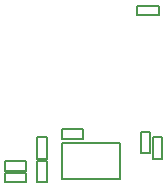
<source format=gbr>
%TF.GenerationSoftware,Altium Limited,Altium Designer,21.2.2 (38)*%
G04 Layer_Color=8388736*
%FSLAX45Y45*%
%MOMM*%
%TF.SameCoordinates,DC8D9031-FEEE-4EB9-A140-7D2FD38E5C7C*%
%TF.FilePolarity,Positive*%
%TF.FileFunction,Other,Mechanical_2*%
%TF.Part,Single*%
G01*
G75*
%TA.AperFunction,NonConductor*%
%ADD25C,0.20000*%
D25*
X2720000Y1850000D02*
X2800000D01*
Y2030000D01*
X2720000D02*
X2800000D01*
X2720000Y1850000D02*
Y2030000D01*
X2620000Y1900000D02*
X2700000D01*
Y2080000D01*
X2620000D02*
X2700000D01*
X2620000Y1900000D02*
Y2080000D01*
X1650000Y1750000D02*
Y1830000D01*
X1470000D02*
X1650000D01*
X1470000Y1750000D02*
Y1830000D01*
Y1750000D02*
X1650000D01*
Y1650000D02*
Y1730000D01*
X1470000D02*
X1650000D01*
X1470000Y1650000D02*
Y1730000D01*
Y1650000D02*
X1650000D01*
X1740000Y1830000D02*
X1820000D01*
X1740000Y1650000D02*
Y1830000D01*
Y1650000D02*
X1820000D01*
Y1830000D01*
X1740000Y1850000D02*
X1820000D01*
Y2030000D01*
X1740000D02*
X1820000D01*
X1740000Y1850000D02*
Y2030000D01*
X2440000Y1680000D02*
Y1980000D01*
X1950000D02*
X2440000D01*
X1950000Y1680000D02*
Y1980000D01*
Y1680000D02*
X2440000D01*
X2130000Y2020000D02*
Y2100000D01*
X1950000D02*
X2130000D01*
X1950000Y2020000D02*
Y2100000D01*
Y2020000D02*
X2130000D01*
X2590000Y3065000D02*
Y3145000D01*
Y3065000D02*
X2770000D01*
Y3145000D01*
X2590000D02*
X2770000D01*
%TF.MD5,13619663412af011b1b8b296f7c263b8*%
M02*

</source>
